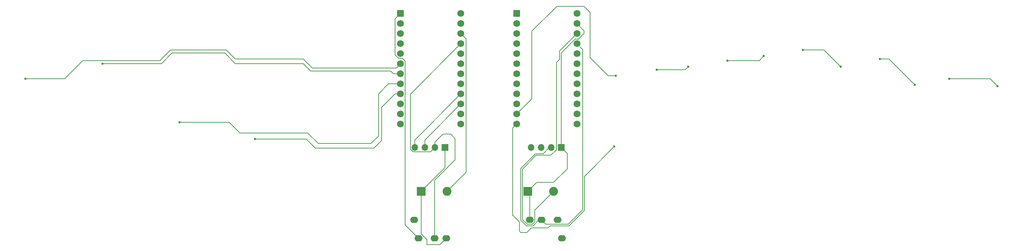
<source format=gbr>
%TF.GenerationSoftware,KiCad,Pcbnew,9.0.6*%
%TF.CreationDate,2025-12-07T00:05:39-06:00*%
%TF.ProjectId,SplitKeyboard,53706c69-744b-4657-9962-6f6172642e6b,rev?*%
%TF.SameCoordinates,Original*%
%TF.FileFunction,Copper,L1,Top*%
%TF.FilePolarity,Positive*%
%FSLAX46Y46*%
G04 Gerber Fmt 4.6, Leading zero omitted, Abs format (unit mm)*
G04 Created by KiCad (PCBNEW 9.0.6) date 2025-12-07 00:05:39*
%MOMM*%
%LPD*%
G01*
G04 APERTURE LIST*
%TA.AperFunction,ComponentPad*%
%ADD10R,1.752600X1.752600*%
%TD*%
%TA.AperFunction,ComponentPad*%
%ADD11C,1.752600*%
%TD*%
%TA.AperFunction,ComponentPad*%
%ADD12O,2.000000X1.600000*%
%TD*%
%TA.AperFunction,ComponentPad*%
%ADD13R,2.250000X2.250000*%
%TD*%
%TA.AperFunction,ComponentPad*%
%ADD14C,2.250000*%
%TD*%
%TA.AperFunction,ComponentPad*%
%ADD15R,1.700000X1.700000*%
%TD*%
%TA.AperFunction,ComponentPad*%
%ADD16O,1.700000X1.700000*%
%TD*%
%TA.AperFunction,ViaPad*%
%ADD17C,0.600000*%
%TD*%
%TA.AperFunction,Conductor*%
%ADD18C,0.200000*%
%TD*%
G04 APERTURE END LIST*
D10*
%TO.P,U2,1,TX0/PD3*%
%TO.N,TX0*%
X127148750Y-64442500D03*
D11*
%TO.P,U2,2,RX1/PD2*%
%TO.N,unconnected-(U2-RX1{slash}PD2-Pad2)*%
X127148750Y-66982500D03*
%TO.P,U2,3,GND*%
%TO.N,unconnected-(U2-GND-Pad3)*%
X127148750Y-69522500D03*
%TO.P,U2,4,GND*%
%TO.N,GND*%
X127148750Y-72062500D03*
%TO.P,U2,5,2/PD1*%
%TO.N,COL0*%
X127148750Y-74602500D03*
%TO.P,U2,6,3/PD0*%
%TO.N,COL1*%
X127148750Y-77142500D03*
%TO.P,U2,7,4/PD4*%
%TO.N,COL2*%
X127148750Y-79682500D03*
%TO.P,U2,8,5/PC6*%
%TO.N,COL3*%
X127148750Y-82222500D03*
%TO.P,U2,9,6/PD7*%
%TO.N,COL4*%
X127148750Y-84762500D03*
%TO.P,U2,10,7/PE6*%
%TO.N,COL5*%
X127148750Y-87302500D03*
%TO.P,U2,11,8/PB4*%
%TO.N,ROW0*%
X127148750Y-89842500D03*
%TO.P,U2,12,9/PB5*%
%TO.N,ROW1*%
X127148750Y-92382500D03*
%TO.P,U2,13,10/PB6*%
%TO.N,ROW2*%
X142388750Y-92382500D03*
%TO.P,U2,14,16/PB2*%
%TO.N,ROW3*%
X142388750Y-89842500D03*
%TO.P,U2,15,14/PB3*%
%TO.N,SCL*%
X142388750Y-87302500D03*
%TO.P,U2,16,15/PB1*%
%TO.N,SDA*%
X142388750Y-84762500D03*
%TO.P,U2,17,A0/PF7*%
%TO.N,unconnected-(U2-A0{slash}PF7-Pad17)*%
X142388750Y-82222500D03*
%TO.P,U2,18,A1/PF6*%
%TO.N,unconnected-(U2-A1{slash}PF6-Pad18)*%
X142388750Y-79682500D03*
%TO.P,U2,19,A2/PF5*%
%TO.N,unconnected-(U2-A2{slash}PF5-Pad19)*%
X142388750Y-77142500D03*
%TO.P,U2,20,A3/PF4*%
%TO.N,unconnected-(U2-A3{slash}PF4-Pad20)*%
X142388750Y-74602500D03*
%TO.P,U2,21,VCC*%
%TO.N,VCC*%
X142388750Y-72062500D03*
%TO.P,U2,22,RST*%
%TO.N,RST*%
X142388750Y-69522500D03*
%TO.P,U2,23,GND*%
%TO.N,unconnected-(U2-GND-Pad23)*%
X142388750Y-66982500D03*
%TO.P,U2,24,RAW*%
%TO.N,unconnected-(U2-RAW-Pad24)*%
X142388750Y-64442500D03*
%TD*%
D12*
%TO.P,U4,1,SLEEVE*%
%TO.N,unconnected-(U4-SLEEVE-Pad1)*%
X167890404Y-121193970D03*
%TO.P,U4,2,TIP*%
%TO.N,TX0R*%
X166790404Y-116593970D03*
%TO.P,U4,3,RING1*%
%TO.N,VCCR*%
X162790403Y-116593971D03*
%TO.P,U4,4,RING2*%
%TO.N,GNDR*%
X159790405Y-116593972D03*
%TD*%
D13*
%TO.P,SW44,1,1*%
%TO.N,GNDR*%
X159321654Y-109368971D03*
D14*
%TO.P,SW44,2,2*%
%TO.N,RSTR*%
X165821654Y-109368971D03*
%TD*%
D12*
%TO.P,U1,1,SLEEVE*%
%TO.N,unconnected-(U1-SLEEVE-Pad1)*%
X130612500Y-116593749D03*
%TO.P,U1,2,TIP*%
%TO.N,TX0*%
X131712499Y-121193750D03*
%TO.P,U1,3,RING1*%
%TO.N,VCC*%
X135712499Y-121193749D03*
%TO.P,U1,4,RING2*%
%TO.N,GND*%
X138712501Y-121193750D03*
%TD*%
D10*
%TO.P,U3,1,TX0/PD3*%
%TO.N,TX0R*%
X156464154Y-64442721D03*
D11*
%TO.P,U3,2,RX1/PD2*%
%TO.N,unconnected-(U3-RX1{slash}PD2-Pad2)*%
X156464154Y-66982721D03*
%TO.P,U3,3,GND*%
%TO.N,unconnected-(U3-GND-Pad3)*%
X156464154Y-69522721D03*
%TO.P,U3,4,GND*%
%TO.N,unconnected-(U3-GND-Pad4)*%
X156464154Y-72062721D03*
%TO.P,U3,5,2/PD1*%
%TO.N,COLR5*%
X156464154Y-74602721D03*
%TO.P,U3,6,3/PD0*%
%TO.N,COLR4*%
X156464154Y-77142721D03*
%TO.P,U3,7,4/PD4*%
%TO.N,COLR3*%
X156464154Y-79682721D03*
%TO.P,U3,8,5/PC6*%
%TO.N,COLR2*%
X156464154Y-82222721D03*
%TO.P,U3,9,6/PD7*%
%TO.N,COLR1*%
X156464154Y-84762721D03*
%TO.P,U3,10,7/PE6*%
%TO.N,COLR0*%
X156464154Y-87302721D03*
%TO.P,U3,11,8/PB4*%
%TO.N,ROWR0*%
X156464154Y-89842721D03*
%TO.P,U3,12,9/PB5*%
%TO.N,ROWR1*%
X156464154Y-92382721D03*
%TO.P,U3,13,10/PB6*%
%TO.N,ROWR2*%
X171704154Y-92382721D03*
%TO.P,U3,14,16/PB2*%
%TO.N,ROWR3*%
X171704154Y-89842721D03*
%TO.P,U3,15,14/PB3*%
%TO.N,SCLR*%
X171704154Y-87302721D03*
%TO.P,U3,16,15/PB1*%
%TO.N,SDAR*%
X171704154Y-84762721D03*
%TO.P,U3,17,A0/PF7*%
%TO.N,unconnected-(U3-A0{slash}PF7-Pad17)*%
X171704154Y-82222721D03*
%TO.P,U3,18,A1/PF6*%
%TO.N,unconnected-(U3-A1{slash}PF6-Pad18)*%
X171704154Y-79682721D03*
%TO.P,U3,19,A2/PF5*%
%TO.N,unconnected-(U3-A2{slash}PF5-Pad19)*%
X171704154Y-77142721D03*
%TO.P,U3,20,A3/PF4*%
%TO.N,unconnected-(U3-A3{slash}PF4-Pad20)*%
X171704154Y-74602721D03*
%TO.P,U3,21,VCC*%
%TO.N,VCCR*%
X171704154Y-72062721D03*
%TO.P,U3,22,RST*%
%TO.N,RSTR*%
X171704154Y-69522721D03*
%TO.P,U3,23,GND*%
%TO.N,GNDR*%
X171704154Y-66982721D03*
%TO.P,U3,24,RAW*%
%TO.N,unconnected-(U3-RAW-Pad24)*%
X171704154Y-64442721D03*
%TD*%
D15*
%TO.P,J2,1,GND*%
%TO.N,GNDR*%
X167709156Y-98243971D03*
D16*
%TO.P,J2,2,VCC*%
%TO.N,VCCR*%
X165169153Y-98243971D03*
%TO.P,J2,3,SCL*%
%TO.N,SCLR*%
X162629153Y-98243971D03*
%TO.P,J2,4,SDA*%
%TO.N,SDAR*%
X160089154Y-98243971D03*
%TD*%
D15*
%TO.P,J1,1,GND*%
%TO.N,GND*%
X138400001Y-98243750D03*
D16*
%TO.P,J1,2,VCC*%
%TO.N,VCC*%
X135859998Y-98243750D03*
%TO.P,J1,3,SCL*%
%TO.N,SCL*%
X133319998Y-98243750D03*
%TO.P,J1,4,SDA*%
%TO.N,SDA*%
X130779999Y-98243750D03*
%TD*%
D13*
%TO.P,SW43,1,1*%
%TO.N,GND*%
X132387500Y-109368750D03*
D14*
%TO.P,SW43,2,2*%
%TO.N,RST*%
X138887500Y-109368750D03*
%TD*%
D17*
%TO.N,COL1*%
X32387500Y-80887500D03*
%TO.N,COL2*%
X51831250Y-77075000D03*
%TO.N,COL3*%
X71275000Y-91943750D03*
%TO.N,COL4*%
X90337500Y-96137500D03*
%TO.N,ROWR0*%
X199846654Y-77837721D03*
X181546654Y-80125221D03*
X218909154Y-75168971D03*
X191840404Y-78600221D03*
X209759154Y-76312721D03*
X278002904Y-82793971D03*
X265802904Y-80887721D03*
X238352904Y-77837721D03*
X248265404Y-75931471D03*
X257034154Y-82412721D03*
X228821654Y-73643971D03*
%TO.N,ROWR1*%
X181165404Y-98043971D03*
%TD*%
D18*
%TO.N,GND*%
X132387500Y-109368750D02*
X138400001Y-103356249D01*
X138400001Y-103356249D02*
X138400001Y-98243750D01*
X138712501Y-121193750D02*
X137081251Y-122825000D01*
X137081251Y-122825000D02*
X133800000Y-122825000D01*
X133800000Y-122825000D02*
X133800000Y-121524202D01*
X132387500Y-120111702D02*
X132387500Y-109368750D01*
X133800000Y-121524202D02*
X132387500Y-120111702D01*
%TO.N,SDA*%
X130779999Y-96371251D02*
X142388750Y-84762500D01*
X130779999Y-98243750D02*
X130779999Y-96371251D01*
%TO.N,SCL*%
X133319998Y-98243750D02*
X133319998Y-96371252D01*
X133319998Y-96371252D02*
X142388750Y-87302500D01*
%TO.N,VCC*%
X129628999Y-84822251D02*
X142388750Y-72062500D01*
X130303239Y-99394750D02*
X129628999Y-98720510D01*
X135712499Y-121193749D02*
X135712499Y-106610851D01*
X140943750Y-101379600D02*
X140943750Y-96037500D01*
X140943750Y-96037500D02*
X139800000Y-94893750D01*
X135712499Y-106610851D02*
X140943750Y-101379600D01*
X135859998Y-98243750D02*
X134708998Y-99394750D01*
X137893750Y-94893750D02*
X135859998Y-96927502D01*
X134708998Y-99394750D02*
X130303239Y-99394750D01*
X139800000Y-94893750D02*
X137893750Y-94893750D01*
X129628999Y-98720510D02*
X129628999Y-84822251D01*
X135859998Y-96927502D02*
X135859998Y-98243750D01*
%TO.N,COL1*%
X46875000Y-76312500D02*
X66318750Y-76312500D01*
X102537500Y-75931250D02*
X104825000Y-78218750D01*
X68987500Y-73643750D02*
X83093750Y-73643750D01*
X83093750Y-73643750D02*
X85381250Y-75931250D01*
X85381250Y-75931250D02*
X102537500Y-75931250D01*
X32387500Y-80887500D02*
X42300000Y-80887500D01*
X42300000Y-80887500D02*
X46875000Y-76312500D01*
X104825000Y-78218750D02*
X126072500Y-78218750D01*
X126072500Y-78218750D02*
X127148750Y-77142500D01*
X66318750Y-76312500D02*
X68987500Y-73643750D01*
%TO.N,COL2*%
X66700000Y-77075000D02*
X69368750Y-74406250D01*
X85381250Y-77075000D02*
X102537500Y-77075000D01*
X102537500Y-77075000D02*
X104443750Y-78981250D01*
X125351250Y-79682500D02*
X127148750Y-79682500D01*
X69368750Y-74406250D02*
X82712500Y-74406250D01*
X51831250Y-77075000D02*
X66700000Y-77075000D01*
X82712500Y-74406250D02*
X85381250Y-77075000D01*
X124650000Y-78981250D02*
X125351250Y-79682500D01*
X104443750Y-78981250D02*
X124650000Y-78981250D01*
%TO.N,COL3*%
X106350000Y-97281250D02*
X119693750Y-97281250D01*
X71275000Y-91943750D02*
X83856250Y-91943750D01*
X121600000Y-84700000D02*
X124077500Y-82222500D01*
X124077500Y-82222500D02*
X127148750Y-82222500D01*
X86525000Y-94612500D02*
X103681250Y-94612500D01*
X103681250Y-94612500D02*
X106350000Y-97281250D01*
X83856250Y-91943750D02*
X86525000Y-94612500D01*
X121600000Y-95375000D02*
X121600000Y-84700000D01*
X119693750Y-97281250D02*
X121600000Y-95375000D01*
%TO.N,COL4*%
X122362500Y-96518750D02*
X122362500Y-88131250D01*
X122362500Y-88131250D02*
X125731250Y-84762500D01*
X105587500Y-98425000D02*
X120456250Y-98425000D01*
X125731250Y-84762500D02*
X127148750Y-84762500D01*
X120456250Y-98425000D02*
X122362500Y-96518750D01*
X103300000Y-96137500D02*
X105587500Y-98425000D01*
X90337500Y-96137500D02*
X103300000Y-96137500D01*
%TO.N,GNDR*%
X165802904Y-107093971D02*
X169234154Y-103662721D01*
X161596654Y-107093971D02*
X165802904Y-107093971D01*
X173540404Y-68818971D02*
X173540404Y-69450221D01*
X169234154Y-103662721D02*
X169234154Y-99768969D01*
X167709156Y-74392765D02*
X167709156Y-98243971D01*
X171216500Y-70885421D02*
X167709156Y-74392765D01*
X169234154Y-99768969D02*
X167709156Y-98243971D01*
X173540404Y-68818971D02*
X171704154Y-66982721D01*
X159321654Y-109368971D02*
X161596654Y-107093971D01*
X173540404Y-69450221D02*
X172105204Y-70885421D01*
X172105204Y-70885421D02*
X171216500Y-70885421D01*
X159790405Y-116593972D02*
X159790405Y-109837722D01*
%TO.N,VCCR*%
X163891402Y-117694970D02*
X169520655Y-117694970D01*
X162114555Y-116593971D02*
X160612554Y-118095972D01*
X160612554Y-118095972D02*
X158968256Y-118095972D01*
X173159154Y-114056471D02*
X173159154Y-73517721D01*
X157494654Y-103583471D02*
X161227904Y-99850221D01*
X158968256Y-118095972D02*
X157494654Y-116622370D01*
X173159154Y-73517721D02*
X171704154Y-72062721D01*
X169520655Y-117694970D02*
X173159154Y-114056471D01*
X163134154Y-99850221D02*
X164740404Y-98243971D01*
X162790403Y-116593971D02*
X163891402Y-117694970D01*
X161227904Y-99850221D02*
X163134154Y-99850221D01*
X157494654Y-116622370D02*
X157494654Y-103583471D01*
%TO.N,ROWR0*%
X173540404Y-62587721D02*
X166677904Y-62587721D01*
X209759154Y-76312721D02*
X217765404Y-76312721D01*
X175065404Y-75550221D02*
X175065404Y-64112721D01*
X179640404Y-80125221D02*
X175065404Y-75550221D01*
X166677904Y-62587721D02*
X160329779Y-68935846D01*
X250552904Y-75931471D02*
X248265404Y-75931471D01*
X238352904Y-77837721D02*
X234159154Y-73643971D01*
X160329779Y-68935846D02*
X160329779Y-85977096D01*
X160329779Y-85977096D02*
X156464154Y-89842721D01*
X181546654Y-80125221D02*
X179640404Y-80125221D01*
X228821654Y-73643971D02*
X234159154Y-73643971D01*
X191840404Y-78600221D02*
X199084154Y-78600221D01*
X218909154Y-75168971D02*
X217765404Y-76312721D01*
X278002904Y-82793971D02*
X276096654Y-80887721D01*
X257034154Y-82412721D02*
X250552904Y-75931471D01*
X199846654Y-77837721D02*
X199084154Y-78600221D01*
X276096654Y-80887721D02*
X265802904Y-80887721D01*
X175065404Y-64112721D02*
X173540404Y-62587721D01*
%TO.N,ROWR1*%
X160196654Y-118631471D02*
X159052904Y-119775221D01*
X157146654Y-119393971D02*
X157146654Y-117106471D01*
X173560154Y-105649221D02*
X173560154Y-114222571D01*
X164390830Y-118631471D02*
X160196654Y-118631471D01*
X155521654Y-115481471D02*
X155509154Y-115481471D01*
X155509154Y-115481471D02*
X155509154Y-93337721D01*
X164926329Y-118095972D02*
X164390830Y-118631471D01*
X155509154Y-93337721D02*
X156464154Y-92382721D01*
X169686753Y-118095972D02*
X164926329Y-118095972D01*
X157527904Y-119775221D02*
X157146654Y-119393971D01*
X173560154Y-114222571D02*
X169686753Y-118095972D01*
X181165404Y-98043971D02*
X173560154Y-105649221D01*
X159052904Y-119775221D02*
X157527904Y-119775221D01*
X157146654Y-117106471D02*
X155521654Y-115481471D01*
%TO.N,TX0*%
X127636404Y-75779800D02*
X126661096Y-75779800D01*
X126661096Y-75779800D02*
X125793750Y-74912454D01*
X128326050Y-76469446D02*
X127636404Y-75779800D01*
X125793750Y-65797500D02*
X127148750Y-64442500D01*
X125793750Y-74912454D02*
X125793750Y-65797500D01*
X131712499Y-121193750D02*
X128326050Y-117807301D01*
X128326050Y-117807301D02*
X128326050Y-76469446D01*
%TO.N,RST*%
X138887500Y-109368750D02*
X143712500Y-104543750D01*
X143712500Y-70846250D02*
X142388750Y-69522500D01*
X143712500Y-104543750D02*
X143712500Y-70846250D01*
%TO.N,RSTR*%
X166558156Y-98827871D02*
X166558156Y-76781471D01*
X165154556Y-100231471D02*
X166558156Y-98827871D01*
X159134356Y-117694972D02*
X157895654Y-116456270D01*
X165821654Y-109368971D02*
X161091405Y-114099220D01*
X167308156Y-76031471D02*
X167308156Y-73918719D01*
X157895654Y-116456270D02*
X157895654Y-103749571D01*
X166558156Y-76781471D02*
X167308156Y-76031471D01*
X160446454Y-117694972D02*
X159134356Y-117694972D01*
X157895654Y-103749571D02*
X161394004Y-100251221D01*
X161091405Y-117050021D02*
X160446454Y-117694972D01*
X161091405Y-114099220D02*
X161091405Y-117050021D01*
X163483154Y-100231471D02*
X165154556Y-100231471D01*
X163463404Y-100251221D02*
X163483154Y-100231471D01*
X161394004Y-100251221D02*
X163463404Y-100251221D01*
X167308156Y-73918719D02*
X171704154Y-69522721D01*
%TD*%
M02*

</source>
